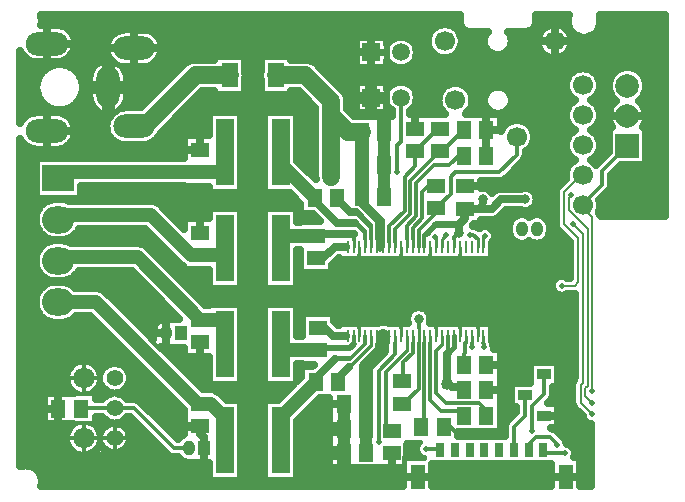
<source format=gbr>
G04 DipTrace 3.3.1.3*
G04 Bottom.gbr*
%MOIN*%
G04 #@! TF.FileFunction,Copper,L2,Bot*
G04 #@! TF.Part,Single*
G04 #@! TA.AperFunction,Nonconductor*
%ADD10C,0.009843*%
G04 #@! TA.AperFunction,Conductor*
%ADD13C,0.01122*%
G04 #@! TA.AperFunction,CopperBalancing*
%ADD14C,0.012992*%
%ADD15C,0.03937*%
%ADD16C,0.025984*%
G04 #@! TA.AperFunction,Conductor*
%ADD17C,0.007874*%
G04 #@! TA.AperFunction,CopperBalancing*
%ADD19C,0.031496*%
G04 #@! TA.AperFunction,Conductor*
%ADD20C,0.059055*%
%ADD21C,0.015748*%
%ADD22C,0.023622*%
G04 #@! TA.AperFunction,Nonconductor*
%ADD23C,0.019685*%
G04 #@! TA.AperFunction,CopperBalancing*
%ADD24C,0.047244*%
%ADD25C,0.003937*%
%ADD26C,0.025*%
%ADD27C,0.043307*%
%ADD28C,0.017717*%
%ADD30R,0.059055X0.051181*%
%ADD31R,0.051181X0.059055*%
%ADD36R,0.055118X0.082677*%
G04 #@! TA.AperFunction,ComponentPad*
%ADD38O,0.137795X0.07874*%
%ADD39O,0.07874X0.137795*%
%ADD40O,0.141732X0.07874*%
%ADD41C,0.066929*%
%ADD42R,0.066929X0.066929*%
%ADD43R,0.05937X0.05937*%
%ADD44C,0.05937*%
%ADD45R,0.106299X0.090551*%
%ADD46O,0.106299X0.090551*%
%ADD47R,0.031496X0.047244*%
%ADD48R,0.051181X0.084646*%
G04 #@! TA.AperFunction,ComponentPad*
%ADD49O,0.03937X0.051181*%
%ADD50R,0.03937X0.051181*%
%ADD52R,0.062992X0.224409*%
%ADD58R,0.049213X0.035433*%
%ADD63R,0.01122X0.03937*%
%ADD64R,0.334646X0.137795*%
G04 #@! TA.AperFunction,ComponentPad*
%ADD69C,0.055118*%
%ADD70C,0.070866*%
%ADD73R,0.07874X0.07874*%
%ADD74C,0.07874*%
G04 #@! TA.AperFunction,ViaPad*
%ADD75C,0.04*%
%FSLAX26Y26*%
G04*
G70*
G90*
G75*
G01*
G04 Bottom*
%LPD*%
X3889046Y1125118D2*
D13*
Y1098937D1*
D14*
Y1075521D1*
X3987471Y1125118D2*
D13*
Y1098937D1*
D14*
Y1075521D1*
X4085896Y1125118D2*
D13*
Y1098937D1*
D14*
Y1075521D1*
X3834646Y1507874D2*
D15*
Y1397638D1*
Y1291339D1*
X3889046Y1098937D2*
D14*
Y1026693D1*
X3938259Y977480D1*
X3987471Y1098937D2*
Y1026693D1*
X3938259Y977480D1*
X4085896Y1098937D2*
Y1055836D1*
X4007541Y977480D1*
X3938259D1*
X3699341Y600306D2*
D15*
Y519980D1*
Y439655D1*
X3699136D1*
X3751251Y1125118D2*
D13*
Y1098937D1*
D14*
Y1087332D1*
X3779528Y1059055D1*
X3856684D1*
X3938259Y977480D1*
X3751251Y829843D2*
D13*
Y856024D1*
D14*
Y906230D1*
X3822501Y977480D1*
X3938259D1*
X4007156Y829843D2*
D13*
Y856024D1*
D14*
Y908583D1*
X3938259Y977480D1*
X4085896Y829843D2*
D13*
Y856024D1*
D14*
Y928416D1*
X4036832Y977480D1*
X3938259D1*
X4144951Y829843D2*
D13*
Y856024D1*
D14*
Y957411D1*
X4124882Y977480D1*
X3938259D1*
X4173228Y1429134D2*
D16*
Y1515748D1*
X4031496Y523622D2*
D14*
X4055118D1*
X4082677Y496063D1*
X4228346D1*
Y570866D1*
X4244094Y586614D1*
Y728346D1*
X4263780Y748031D1*
Y767717D1*
X3889046Y829843D2*
D13*
Y856024D1*
D14*
Y928268D1*
X3938259Y977480D1*
X3231693Y454134D2*
D16*
Y491131D1*
X3220472Y502352D1*
Y527559D1*
X2831890Y688189D2*
D14*
X2887896D1*
X2888902Y689194D1*
X2935039Y488189D2*
X2831890D1*
Y539563D1*
Y688189D2*
Y639059D1*
X2829201Y636370D1*
X2752609D1*
X2748031Y631793D1*
Y586614D1*
X3876986Y1374356D2*
Y1463934D1*
X3888438Y1475387D1*
Y1621906D1*
X3889761Y1623228D1*
X4425197Y996063D2*
D17*
X4468504D1*
X4480315Y1007874D1*
Y1153543D1*
X4433071Y1200787D1*
Y1307087D1*
X4489764Y1363780D1*
X4496063D1*
X4046526Y829843D2*
D14*
Y770936D1*
D16*
X4043307Y767717D1*
Y673228D1*
X4059055Y657480D1*
X4086614D1*
X4094488Y649606D1*
X4098425D1*
X4043307Y669291D2*
D14*
Y673228D1*
X4066211Y829843D2*
D21*
Y790621D1*
X4046526Y770936D1*
X4303150Y1283465D2*
D16*
X4224409D1*
X4192913Y1251969D1*
X4160711D1*
X4102362D1*
Y1220472D1*
X4082677Y1200787D1*
D22*
X4007874D1*
D23*
X3976378Y1169291D1*
X3972441D1*
D14*
X3967786Y1164636D1*
Y1125118D1*
X4082677Y1173228D2*
D16*
Y1200787D1*
X4098425Y1216535D1*
Y1248031D1*
X4102362Y1251969D1*
X4161417Y1283465D2*
X4160711Y1251969D1*
X4066211Y1125118D2*
D13*
Y1151299D1*
D14*
Y1156762D1*
X4082677Y1173228D1*
X2935039Y588189D2*
X2824409D1*
X2822835Y586614D1*
X2935039Y588189D2*
X2998425D1*
X3132480Y454134D1*
X3181693D1*
X3928416Y1125118D2*
D13*
Y1151299D1*
D14*
Y1188259D1*
X3960630Y1220472D1*
Y1307087D1*
X3980315Y1326772D1*
X4006352D1*
Y1328871D1*
X4456693Y1299213D2*
D17*
Y1295276D1*
X4448819Y1287402D1*
Y1248031D1*
X4511811Y1185039D1*
Y661417D1*
X4503937Y653543D1*
Y629921D1*
X4527559Y606299D1*
Y645669D2*
Y1224409D1*
X4496063Y1255906D1*
Y1263780D1*
X4326772Y511811D2*
D14*
Y594488D1*
X4366142Y633858D1*
Y700787D1*
X4496063Y1263780D2*
Y1268213D1*
X4560879Y1333029D1*
Y1378281D1*
X4644685Y1462087D1*
X4125984Y791339D2*
Y802944D1*
X4125266Y803661D1*
D13*
Y829843D1*
X3814961Y476378D2*
D14*
Y712598D1*
X3869361Y766999D1*
Y804379D1*
D13*
Y829843D1*
X3731566D2*
D14*
Y801017D1*
D23*
X3718131Y787583D1*
X3613493D1*
Y781537D1*
D24*
X3507080D1*
X3488189Y800428D1*
X4216535Y437008D2*
D14*
Y448819D1*
X4118110Y1165354D2*
X4130896D1*
X4144951Y1151299D1*
D13*
Y1125118D1*
X4165354Y791339D2*
D14*
Y802944D1*
X4164636Y803661D1*
D13*
Y829843D1*
Y1125118D2*
Y1161417D1*
X4169291D1*
X3318903Y1696850D2*
D20*
X3204724D1*
X3035433Y1527559D1*
X3000000D1*
X3928416Y829843D2*
D13*
Y803661D1*
D14*
Y770936D1*
X3897638Y740157D1*
Y681102D1*
X3893701Y677165D1*
X4464567Y1200787D2*
D17*
X4496063Y1169291D1*
Y673228D1*
X4488189Y665354D1*
Y606299D1*
X4527559Y566929D1*
X3972441Y452756D2*
D14*
X4015748D1*
X4019685Y448819D1*
X4070866Y437008D2*
Y446850D1*
X4068898Y448819D1*
X4118110Y437008D2*
Y448819D1*
X4169291Y437008D2*
Y446850D1*
X4167323Y448819D1*
X4409449Y464567D2*
Y468504D1*
X4385827Y492126D1*
X4338583D1*
X4314961Y468504D1*
Y448819D1*
X4437008Y437008D2*
X4375984D1*
X4364173Y448819D1*
X4303150Y631891D2*
Y562992D1*
X4265748Y525591D1*
Y448819D1*
X3759843Y1397638D2*
D24*
Y1507874D1*
Y1397638D2*
Y1291339D1*
X3657480Y1358268D2*
D20*
Y1547244D1*
Y1610236D1*
X3570866Y1696850D1*
X3472441D1*
X3810306Y1125118D2*
D13*
Y1151299D1*
D14*
Y1207944D1*
X3816929Y1214567D1*
D19*
X3759843Y1271654D1*
Y1291339D1*
X3829991Y1125118D2*
D13*
Y1151299D1*
D14*
Y1201505D1*
X3816929Y1214567D1*
X3819786Y1114190D2*
X3816929Y1214567D1*
X3759843Y1507874D2*
D20*
X3712598D1*
X3673228Y1547244D1*
X3657480D1*
X3773940Y439655D2*
D15*
Y519980D1*
X3774144D1*
Y600306D2*
D24*
Y519980D1*
X3849676Y829843D2*
D13*
X3829991D1*
X3810306D1*
X3829991D2*
D24*
X3826772Y779528D1*
X3774144Y726900D1*
Y600306D1*
D14*
D3*
X3948101Y1125118D2*
Y1180385D1*
X4006352Y1238635D1*
Y1254068D1*
X4055118Y1302835D1*
Y1358268D1*
X4070866Y1374016D1*
X4216535D1*
X4275591Y1433071D1*
Y1492126D1*
X3908731Y1125118D2*
D13*
Y1151299D1*
D14*
Y1196133D1*
X3940945Y1228346D1*
Y1338583D1*
X4000000Y1397638D1*
X4051181D1*
X4098425Y1444882D1*
Y1429134D1*
X3948101Y829843D2*
D13*
Y803661D1*
D14*
Y652825D1*
X3897638Y602362D1*
X3893701D1*
X3948101Y829843D2*
D13*
Y856024D1*
D14*
Y885109D1*
X3948819Y885827D1*
X3908731Y829843D2*
D13*
Y778810D1*
D14*
X3838583Y708661D1*
Y511811D1*
X3858268D1*
X4026841Y829843D2*
D13*
Y798495D1*
D14*
X4007874Y779528D1*
Y637795D1*
X4039370Y606299D1*
X4149606D1*
X4169291Y586614D1*
X4173739Y561626D1*
X3987471Y829843D2*
D13*
Y803661D1*
D14*
Y614891D1*
X4023622Y578740D1*
X4098936D1*
Y561626D1*
X4098731Y732503D2*
Y767411D1*
X4102362Y771042D1*
Y803661D1*
D13*
X4105581D1*
Y829843D1*
X3967786D2*
Y803661D1*
D14*
Y547962D1*
X3956693Y536869D1*
Y523622D1*
X3605619Y675071D2*
D24*
X3488189Y557640D1*
Y480315D1*
X3770936Y829843D2*
D14*
Y802432D1*
X3718583Y750079D1*
X3668126D1*
D16*
X3605619Y687572D1*
D14*
Y675071D1*
X3716535Y724409D2*
D16*
X3680423Y688297D1*
D14*
Y675071D1*
X3790621Y829843D2*
D13*
Y794558D1*
D14*
X3680423Y684360D1*
Y675071D1*
X3711881Y829843D2*
D13*
X3705630D1*
D16*
X3663370D1*
X3636873Y856340D1*
D14*
X3613493D1*
X3770936Y1125118D2*
D13*
Y1151299D1*
D14*
Y1172324D1*
X3736883Y1206377D1*
D16*
X3675513D1*
X3606299Y1275591D1*
D14*
Y1283465D1*
X3602362Y1287402D1*
D24*
X3488189Y1401575D1*
Y1440655D1*
X3677165Y1287402D2*
D14*
X3692913D1*
Y1267717D1*
D16*
X3720472Y1240157D1*
X3740157D1*
D14*
X3790621Y1189694D1*
Y1151299D1*
D13*
Y1125118D1*
X3731566D2*
Y1151299D1*
D14*
Y1168873D1*
D16*
X3613493D1*
D14*
X3607243Y1162622D1*
D24*
X3488189D1*
Y1120542D1*
X3607243Y1087819D2*
D16*
X3630827D1*
X3668126Y1125118D1*
X3704724D1*
D13*
X3711881D1*
X3303150Y480315D2*
D24*
Y555118D1*
X3255906Y602362D1*
X3220472D1*
X3212598D1*
X2874016Y940945D1*
X2748031D1*
X3303150Y800428D2*
Y881890D1*
X3220472D1*
X3011811Y1090551D1*
X2775591D1*
X2763780Y1078740D1*
X2748031D1*
X3303150Y1440655D2*
Y1374016D1*
X3220472D1*
X2783465D1*
D14*
Y1385827D1*
X2748031D1*
Y1354331D1*
X3303150Y1120542D2*
D24*
Y1098425D1*
X3220472D1*
X3188976D1*
X3055118Y1232283D1*
X2748031D1*
Y1216535D1*
X3869361Y1125118D2*
D13*
Y1141732D1*
D14*
Y1184322D1*
X3921260Y1236220D1*
Y1346457D1*
X4019685Y1444882D1*
X4027559D1*
X4098425Y1515748D1*
X4019685Y1519685D2*
X4011811D1*
X3937008Y1444882D1*
X3849676Y1125118D2*
D13*
Y1141732D1*
D14*
Y1194156D1*
X3901575Y1246055D1*
Y1358268D1*
X3937008Y1393701D1*
Y1444882D1*
X4039370Y1165354D2*
D13*
X4026841Y1152825D1*
Y1125118D1*
X4003937Y1157480D2*
D14*
X4007156Y1154261D1*
D13*
Y1125118D1*
D15*
X3657480Y1358268D3*
D75*
X4043307Y669291D3*
X4515748Y496063D3*
D23*
X4169291Y1161417D3*
X4165354Y791339D3*
X4118110Y1165354D3*
X4125984Y791339D3*
X4039370Y1165354D3*
X4003937Y1157480D3*
X4527559Y645669D3*
Y606299D3*
Y566929D3*
X4464567Y1200787D3*
X4456693Y1299213D3*
D15*
X3826772Y779528D3*
D19*
X3948819Y885827D3*
D75*
X4007874Y944882D3*
D19*
X4303150Y1283465D3*
D23*
X3876986Y1374356D3*
D19*
X4161417Y1283465D3*
D23*
X4326772Y511811D3*
D19*
X4082677Y1173228D3*
D75*
X3401575Y598425D3*
X4381890Y976378D3*
X3874016D3*
X3759843D3*
X4141732D3*
X4381890Y767717D3*
X3070866Y370079D3*
D23*
X3263780Y1624016D3*
D75*
X3401575Y921260D3*
Y1338583D3*
Y370079D3*
Y679790D3*
Y997375D3*
X2889764Y1158793D3*
Y1006562D3*
D23*
X4425197Y996063D3*
D75*
X2889764Y837385D3*
Y1311024D3*
X3464567Y1868110D3*
D23*
X3291339Y1624016D3*
X4409449Y464567D3*
X4437008Y437008D3*
X3972441Y452756D3*
X4070866Y437008D3*
X4118110D3*
X4169291D3*
D75*
X3637518Y590551D3*
D23*
X4216535Y437008D3*
D75*
X3637518Y492126D3*
D23*
X3251969Y1775591D3*
D75*
X3921260Y1868110D3*
D23*
X3295276Y1775591D3*
D75*
X4263780Y976378D3*
Y767717D3*
X4480315Y464567D3*
D23*
X3814961Y476378D3*
X3263780Y1578740D3*
X3291339D3*
X3277559Y1600394D3*
X3251969Y1816929D3*
X3295276D3*
X3273622Y1797244D3*
X3670492Y756806D2*
D25*
X3722016D1*
X3670492Y753000D2*
X3722016D1*
X3722406Y760612D2*
X3670102D1*
X3670094Y752054D1*
X3722406Y752047D1*
X3722413Y760605D1*
X2694817Y1872080D2*
D26*
X4083559D1*
X4341614D2*
X4442975D1*
X4556991D2*
X4768480D1*
X2787255Y1847211D2*
X2949152D1*
X3050824D2*
X3989148D1*
X4081705D2*
X4098487D1*
X4326722D2*
X4355310D1*
X4547877D2*
X4768480D1*
X2802362Y1822343D2*
X2915923D1*
X3084089D2*
X3735841D1*
X3846843D2*
X3866352D1*
X3913157D2*
X3977270D1*
X4093583D2*
X4165411D1*
X4259798D2*
X4343432D1*
X4459709D2*
X4768480D1*
X2805089Y1797474D2*
X2906091D1*
X3093921D2*
X3735841D1*
X3939604D2*
X3977772D1*
X4093080D2*
X4166057D1*
X4259152D2*
X4343935D1*
X4459243D2*
X4768480D1*
X2797410Y1772605D2*
X2907060D1*
X3092952D2*
X3735841D1*
X3945273D2*
X3991121D1*
X4079767D2*
X4184609D1*
X4240564D2*
X4357248D1*
X4445894D2*
X4768480D1*
X2622457Y1747736D2*
X2645321D1*
X2772004D2*
X2895290D1*
X3080572D2*
X3187926D1*
X3372275D2*
X3419056D1*
X3587652D2*
X3735841D1*
X3938527D2*
X4768480D1*
X2622457Y1722867D2*
X2707687D1*
X2796226D2*
X2859442D1*
X2967322D2*
X3153477D1*
X3372275D2*
X3419056D1*
X3622100D2*
X3735841D1*
X3846843D2*
X3871950D1*
X3907559D2*
X4626810D1*
X4662562D2*
X4768480D1*
X2622457Y1697999D2*
X2683286D1*
X2820627D2*
X2849143D1*
X2977620D2*
X3128609D1*
X3374248D2*
X3417082D1*
X3646968D2*
X4448250D1*
X4543893D2*
X4590782D1*
X4698590D2*
X4768480D1*
X2622457Y1673130D2*
X2673454D1*
X2830459D2*
X2848174D1*
X2978589D2*
X3103741D1*
X3372275D2*
X3419056D1*
X3671836D2*
X3735841D1*
X3846843D2*
X3869366D1*
X3910143D2*
X4437556D1*
X4554587D2*
X4580483D1*
X4708889D2*
X4768480D1*
X2622457Y1648261D2*
X2672413D1*
X2831500D2*
X2848174D1*
X2978589D2*
X3078873D1*
X3372275D2*
X3419056D1*
X3696704D2*
X3735841D1*
X3938994D2*
X4022951D1*
X4118773D2*
X4179083D1*
X4246126D2*
X4438920D1*
X4553187D2*
X4581021D1*
X4708351D2*
X4768480D1*
X2622457Y1623392D2*
X2679770D1*
X2824180D2*
X2848353D1*
X2978410D2*
X3054006D1*
X3208499D2*
X3567078D1*
X3711165D2*
X3735841D1*
X3945273D2*
X4012329D1*
X4129395D2*
X4164944D1*
X4260265D2*
X4453633D1*
X4538475D2*
X4592863D1*
X4696509D2*
X4768480D1*
X2622457Y1598524D2*
X2699039D1*
X2804910D2*
X2855530D1*
X2971233D2*
X3029138D1*
X3183632D2*
X3591946D1*
X3712852D2*
X3735841D1*
X3939173D2*
X4013764D1*
X4127960D2*
X4166738D1*
X4258471D2*
X4448645D1*
X4543499D2*
X4591177D1*
X4698195D2*
X4768480D1*
X2622457Y1573655D2*
X2664375D1*
X2752950D2*
X2879537D1*
X3158764D2*
X3245843D1*
X3360469D2*
X3430861D1*
X3545524D2*
X3602137D1*
X3920764D2*
X4028584D1*
X4113175D2*
X4188125D1*
X4237084D2*
X4437628D1*
X4554479D2*
X4580555D1*
X4708817D2*
X4768480D1*
X2793283Y1548786D2*
X2908962D1*
X3133896D2*
X3245843D1*
X3360469D2*
X3430861D1*
X3545524D2*
X3602137D1*
X4224632D2*
X4269224D1*
X4281953D2*
X4438776D1*
X4553331D2*
X4580914D1*
X4708458D2*
X4768480D1*
X2804192Y1523917D2*
X2905373D1*
X3109028D2*
X3245843D1*
X3360469D2*
X3430861D1*
X3545524D2*
X3602137D1*
X4325143D2*
X4453130D1*
X4539013D2*
X4579478D1*
X4709894D2*
X4768480D1*
X2804049Y1499049D2*
X2912120D1*
X3087857D2*
X3245843D1*
X3360469D2*
X3430861D1*
X3545524D2*
X3602137D1*
X4334473D2*
X4449039D1*
X4543068D2*
X4579478D1*
X4709894D2*
X4768480D1*
X2792817Y1474180D2*
X2935086D1*
X3064927D2*
X3165103D1*
X3360469D2*
X3430861D1*
X3545524D2*
X3602137D1*
X4331961D2*
X4437736D1*
X4554407D2*
X4579478D1*
X4709894D2*
X4768480D1*
X2622457Y1449311D2*
X2669686D1*
X2747639D2*
X3165103D1*
X3360469D2*
X3430861D1*
X3545524D2*
X3602137D1*
X4315419D2*
X4438633D1*
X4553474D2*
X4579478D1*
X4709894D2*
X4768480D1*
X2622457Y1424442D2*
X3165103D1*
X3360469D2*
X3430861D1*
X3545524D2*
X3602137D1*
X4306627D2*
X4452592D1*
X4539516D2*
X4562362D1*
X4709894D2*
X4768480D1*
X2622457Y1399574D2*
X2669040D1*
X3360469D2*
X3430861D1*
X3559088D2*
X3602137D1*
X4286783D2*
X4449470D1*
X4709894D2*
X4768480D1*
X2622457Y1374705D2*
X2669040D1*
X3360469D2*
X3430861D1*
X3583956D2*
X3602137D1*
X4261915D2*
X4437844D1*
X4601990D2*
X4768480D1*
X2622457Y1349836D2*
X2669040D1*
X3360469D2*
X3430861D1*
X4236509D2*
X4434757D1*
X4593198D2*
X4768480D1*
X2622457Y1324967D2*
X2669040D1*
X2827014D2*
X3245843D1*
X3360469D2*
X3430861D1*
X4157708D2*
X4409997D1*
X4592086D2*
X4768480D1*
X2622457Y1300098D2*
X2669040D1*
X2827014D2*
X3520787D1*
X4341004D2*
X4403323D1*
X4572637D2*
X4768480D1*
X2622457Y1275230D2*
X2702125D1*
X3076589D2*
X3545655D1*
X4343839D2*
X4403323D1*
X4554192D2*
X4768480D1*
X2622457Y1250361D2*
X2677975D1*
X3105942D2*
X3245843D1*
X3360469D2*
X3430861D1*
X4326399D2*
X4403323D1*
X4553762D2*
X4768480D1*
X2622457Y1225492D2*
X2669650D1*
X3130810D2*
X3245843D1*
X3360469D2*
X3430861D1*
X3545524D2*
X3602531D1*
X4220290D2*
X4264415D1*
X4370645D2*
X4403323D1*
X2622457Y1200623D2*
X2670942D1*
X3360469D2*
X3430861D1*
X4135280D2*
X4248124D1*
X4386936D2*
X4403323D1*
X2622457Y1175755D2*
X2682497D1*
X2813558D2*
X3042738D1*
X3360469D2*
X3430861D1*
X4201702D2*
X4247155D1*
X4387905D2*
X4417031D1*
X2622457Y1150886D2*
X2717735D1*
X2778320D2*
X3067606D1*
X3360469D2*
X3430861D1*
X4203245D2*
X4257597D1*
X4377463D2*
X4441898D1*
X2622457Y1126017D2*
X2687951D1*
X3045083D2*
X3092474D1*
X3360469D2*
X3430861D1*
X4196068D2*
X4450547D1*
X2622457Y1101148D2*
X2672808D1*
X3070094D2*
X3117341D1*
X3360469D2*
X3430861D1*
X4196068D2*
X4450547D1*
X2622457Y1076280D2*
X2669112D1*
X3094962D2*
X3142209D1*
X3360469D2*
X3430861D1*
X3673164D2*
X4450547D1*
X2622457Y1051411D2*
X2674746D1*
X3119829D2*
X3165103D1*
X3360469D2*
X3430861D1*
X3662614D2*
X4450547D1*
X2622457Y1026542D2*
X2693154D1*
X2802936D2*
X3006926D1*
X3144733D2*
X3245843D1*
X3360469D2*
X3430861D1*
X3545524D2*
X4409603D1*
X2622457Y1001673D2*
X2705750D1*
X2790305D2*
X3031793D1*
X3169601D2*
X3245843D1*
X3360469D2*
X3430861D1*
X3545524D2*
X4390010D1*
X2622457Y976804D2*
X2679160D1*
X2906821D2*
X3056661D1*
X3194469D2*
X4395680D1*
X2622457Y951936D2*
X2669937D1*
X2931904D2*
X3081529D1*
X3219336D2*
X4466300D1*
X2622457Y927067D2*
X2670476D1*
X2956772D2*
X3106397D1*
X3360469D2*
X3430861D1*
X3545524D2*
X4466300D1*
X2622457Y902198D2*
X2681061D1*
X2981675D2*
X3131264D1*
X3360469D2*
X3430861D1*
X3545524D2*
X3558143D1*
X3668857D2*
X3910848D1*
X3986791D2*
X4466300D1*
X2622457Y877329D2*
X2711994D1*
X2784097D2*
X2868736D1*
X3006543D2*
X3076362D1*
X3360469D2*
X3430861D1*
X3545524D2*
X3558143D1*
X3669755D2*
X3908193D1*
X3989447D2*
X4466300D1*
X2622457Y852461D2*
X2893603D1*
X3031411D2*
X3060429D1*
X3360469D2*
X3430861D1*
X3545524D2*
X3558143D1*
X4196068D2*
X4466300D1*
X2622457Y827592D2*
X2918471D1*
X3360469D2*
X3430861D1*
X4196068D2*
X4466300D1*
X2622457Y802723D2*
X2943339D1*
X3360469D2*
X3430861D1*
X4199010D2*
X4466300D1*
X2622457Y777854D2*
X2968207D1*
X3106014D2*
X3165103D1*
X3360469D2*
X3430861D1*
X4224955D2*
X4466300D1*
X2622457Y752986D2*
X2993074D1*
X3130882D2*
X3245843D1*
X3360469D2*
X3430861D1*
X4224955D2*
X4466300D1*
X2622457Y728117D2*
X2786274D1*
X2877504D2*
X2900996D1*
X2969080D2*
X3017942D1*
X3155750D2*
X3245843D1*
X3360469D2*
X3430861D1*
X3545524D2*
X3592304D1*
X4224955D2*
X4315694D1*
X4416576D2*
X4466300D1*
X2622457Y703248D2*
X2772602D1*
X2986161D2*
X3042810D1*
X3180617D2*
X3245843D1*
X3360469D2*
X3430861D1*
X4224955D2*
X4315694D1*
X4416576D2*
X4466300D1*
X2622457Y678379D2*
X2771454D1*
X2987489D2*
X3067678D1*
X3205485D2*
X3245843D1*
X3360469D2*
X3430861D1*
X4224632D2*
X4315694D1*
X4416576D2*
X4461742D1*
X2622457Y653511D2*
X2781968D1*
X2881810D2*
X2895290D1*
X2974786D2*
X3092545D1*
X3230353D2*
X3515153D1*
X4224632D2*
X4252717D1*
X4398455D2*
X4458441D1*
X2622457Y628642D2*
X2696599D1*
X2874238D2*
X2901677D1*
X2968398D2*
X3117413D1*
X3298533D2*
X3490286D1*
X4224632D2*
X4252717D1*
X4397988D2*
X4458441D1*
X2622457Y603773D2*
X2696599D1*
X3027499D2*
X3142281D1*
X3360469D2*
X3430861D1*
X3603225D2*
X3647925D1*
X4225170D2*
X4252717D1*
X4416576D2*
X4458549D1*
X2622457Y578904D2*
X2696599D1*
X3052403D2*
X3165103D1*
X3360469D2*
X3430861D1*
X3578358D2*
X3647925D1*
X4225170D2*
X4270839D1*
X4416576D2*
X4474517D1*
X2622457Y554035D2*
X2696599D1*
X2874238D2*
X2894823D1*
X2975252D2*
X2987907D1*
X3077271D2*
X3165103D1*
X3360469D2*
X3430861D1*
X3553490D2*
X3647925D1*
X4225170D2*
X4249523D1*
X4416576D2*
X4494505D1*
X2622457Y529167D2*
X2787279D1*
X2876499D2*
X2902359D1*
X2967716D2*
X3012775D1*
X3102139D2*
X3165103D1*
X3360469D2*
X3430861D1*
X3545524D2*
X3647925D1*
X4416576D2*
X4521597D1*
X2622457Y504298D2*
X2772889D1*
X2985802D2*
X3037643D1*
X3127006D2*
X3165103D1*
X3360469D2*
X3430861D1*
X3545524D2*
X3647925D1*
X4082925D2*
X4233411D1*
X4418335D2*
X4521597D1*
X2622457Y479429D2*
X2771274D1*
X2987668D2*
X3062510D1*
X3360469D2*
X3430861D1*
X3545524D2*
X3647710D1*
X4441588D2*
X4521597D1*
X2622457Y454560D2*
X2781214D1*
X2975719D2*
X3087378D1*
X3360469D2*
X3430861D1*
X3545524D2*
X3647710D1*
X4467639D2*
X4521597D1*
X2622457Y429692D2*
X2823845D1*
X2839931D2*
X3112892D1*
X3360469D2*
X3430861D1*
X3545524D2*
X3647710D1*
X4471874D2*
X4521597D1*
X2622457Y404823D2*
X3245843D1*
X3360469D2*
X3430861D1*
X3545524D2*
X3647710D1*
X4490390D2*
X4521597D1*
X2680356Y379954D2*
X3245843D1*
X3360469D2*
X3430861D1*
X3545524D2*
X3893480D1*
X3996301D2*
X4387570D1*
X4490390D2*
X4521597D1*
X2693669Y355085D2*
X3245843D1*
X3360469D2*
X3430861D1*
X3545524D2*
X3893480D1*
X3996301D2*
X4387570D1*
X4490390D2*
X4521597D1*
X2693705Y330217D2*
X3893480D1*
X3996301D2*
X4387570D1*
X4490390D2*
X4521597D1*
X3918265Y1568602D2*
X4036984D1*
X4030709Y1574016D1*
X4024921Y1580792D1*
X4020265Y1588391D1*
X4016854Y1596624D1*
X4014774Y1605289D1*
X4014075Y1614173D1*
X4014774Y1623057D1*
X4016854Y1631723D1*
X4020265Y1639956D1*
X4024921Y1647554D1*
X4030709Y1654331D1*
X4037485Y1660118D1*
X4045083Y1664775D1*
X4053317Y1668185D1*
X4061982Y1670265D1*
X4070866Y1670965D1*
X4079750Y1670265D1*
X4088416Y1668185D1*
X4096649Y1664775D1*
X4104247Y1660118D1*
X4111024Y1654331D1*
X4116811Y1647554D1*
X4121468Y1639956D1*
X4124878Y1631723D1*
X4126958Y1623057D1*
X4127657Y1614173D1*
X4126958Y1605289D1*
X4124878Y1596624D1*
X4121468Y1588391D1*
X4116811Y1580792D1*
X4111024Y1574016D1*
X4104726Y1568606D1*
X4205387Y1568645D1*
X4198354Y1570334D1*
X4191671Y1573102D1*
X4185504Y1576881D1*
X4180004Y1581579D1*
X4175306Y1587079D1*
X4171527Y1593246D1*
X4168759Y1599929D1*
X4167070Y1606962D1*
X4166503Y1614173D1*
X4167070Y1621384D1*
X4168759Y1628418D1*
X4171527Y1635100D1*
X4175306Y1641268D1*
X4180004Y1646768D1*
X4185504Y1651466D1*
X4191671Y1655245D1*
X4198354Y1658013D1*
X4205387Y1659702D1*
X4212598Y1660269D1*
X4219809Y1659702D1*
X4226843Y1658013D1*
X4233525Y1655245D1*
X4239693Y1651466D1*
X4245193Y1646768D1*
X4249891Y1641268D1*
X4253670Y1635100D1*
X4256438Y1628418D1*
X4258127Y1621384D1*
X4258694Y1614173D1*
X4258127Y1606962D1*
X4256438Y1599929D1*
X4253670Y1593246D1*
X4249891Y1587079D1*
X4245193Y1581579D1*
X4239693Y1576881D1*
X4233525Y1573102D1*
X4226843Y1570334D1*
X4219458Y1568603D1*
X4222146Y1568602D1*
Y1511338D1*
X4224989Y1517909D1*
X4229645Y1525507D1*
X4235433Y1532284D1*
X4242209Y1538071D1*
X4249808Y1542727D1*
X4258041Y1546138D1*
X4266706Y1548218D1*
X4275591Y1548917D1*
X4284475Y1548218D1*
X4293140Y1546138D1*
X4301373Y1542727D1*
X4308972Y1538071D1*
X4315748Y1532284D1*
X4321536Y1525507D1*
X4326192Y1517909D1*
X4329602Y1509675D1*
X4331683Y1501010D1*
X4332382Y1492126D1*
X4331683Y1483242D1*
X4329602Y1474576D1*
X4326192Y1466343D1*
X4321536Y1458745D1*
X4315748Y1451968D1*
X4308972Y1446181D1*
X4305423Y1443810D1*
X4305322Y1430731D1*
X4304590Y1426109D1*
X4303143Y1421658D1*
X4301019Y1417488D1*
X4298268Y1413702D1*
X4244713Y1360017D1*
X4235904Y1351338D1*
X4232118Y1348587D1*
X4227948Y1346463D1*
X4223497Y1345017D1*
X4218875Y1344285D1*
X4155209Y1344193D1*
X4155305Y1322058D1*
X4161417Y1322539D1*
X4167530Y1322058D1*
X4173492Y1320627D1*
X4179157Y1318280D1*
X4184385Y1315077D1*
X4189047Y1311095D1*
X4193030Y1306432D1*
X4194221Y1304648D1*
X4200822Y1311082D1*
X4205433Y1314432D1*
X4210511Y1317019D1*
X4215931Y1318780D1*
X4221560Y1319672D1*
X4270341Y1319784D1*
X4288750D1*
X4294028Y1321460D1*
X4300084Y1322419D1*
X4306215D1*
X4312271Y1321460D1*
X4318103Y1319565D1*
X4323566Y1316781D1*
X4328527Y1313177D1*
X4332862Y1308842D1*
X4336466Y1303881D1*
X4339250Y1298418D1*
X4341145Y1292586D1*
X4342104Y1286530D1*
Y1280399D1*
X4341145Y1274343D1*
X4339250Y1268511D1*
X4336466Y1263048D1*
X4332862Y1258088D1*
X4328527Y1253752D1*
X4323566Y1250148D1*
X4318103Y1247364D1*
X4312271Y1245469D1*
X4306215Y1244510D1*
X4300084D1*
X4294028Y1245469D1*
X4288792Y1247144D1*
X4239455Y1247146D1*
X4216501Y1224351D1*
X4211890Y1221001D1*
X4206812Y1218414D1*
X4201392Y1216653D1*
X4195763Y1215761D1*
X4155221Y1215649D1*
X4155217Y1203051D1*
X4134225D1*
X4131745Y1199125D1*
X4129972Y1196877D1*
X4130804Y1195999D1*
X4133236Y1195085D1*
X4137858Y1194353D1*
X4142309Y1192907D1*
X4146479Y1190783D1*
X4148433Y1189476D1*
X4151960Y1189699D1*
X4156598Y1192062D1*
X4161548Y1193670D1*
X4166689Y1194484D1*
X4171894D1*
X4177035Y1193670D1*
X4181985Y1192062D1*
X4186622Y1189699D1*
X4190833Y1186639D1*
X4194513Y1182959D1*
X4197573Y1178748D1*
X4199936Y1174111D1*
X4201544Y1169161D1*
X4202358Y1164020D1*
Y1158815D1*
X4201544Y1153674D1*
X4199936Y1148724D1*
X4197573Y1144086D1*
X4194513Y1139876D1*
X4193567Y1138852D1*
X4193574Y1082106D1*
X4076644D1*
X3997904Y1082142D1*
X3919164D1*
X3820739Y1082106D1*
X3761684Y1082142D1*
X3682944Y1082106D1*
Y1088601D1*
X3660105Y1065734D1*
X3660097Y1038901D1*
X3554389D1*
Y1115678D1*
X3543046Y1115673D1*
X3543012Y985010D1*
X3433366D1*
Y1256073D1*
X3543012D1*
Y1209603D1*
X3554395Y1209571D1*
X3554389Y1211539D1*
X3619016D1*
X3595963Y1234564D1*
X3553445Y1234547D1*
Y1269893D1*
X3518239Y1305129D1*
X3433366Y1305123D1*
Y1576186D1*
X3543012D1*
Y1413164D1*
X3605146Y1351013D1*
X3604626Y1358268D1*
Y1588331D1*
X3548983Y1643986D1*
X3523320Y1643996D1*
X3523327Y1632185D1*
X3421555D1*
Y1682530D1*
X3420237Y1688582D1*
X3419587Y1696850D1*
X3420237Y1705119D1*
X3421553Y1710983D1*
X3421555Y1761516D1*
X3523327D1*
Y1749710D1*
X3575013Y1749542D1*
X3583205Y1748244D1*
X3591093Y1745682D1*
X3598483Y1741916D1*
X3605192Y1737041D1*
X3627727Y1714737D1*
X3697671Y1644562D1*
X3702546Y1637853D1*
X3706311Y1630463D1*
X3708874Y1622575D1*
X3710172Y1614383D1*
X3710335Y1584866D1*
X3734479Y1560741D1*
X3858609Y1560728D1*
X3858602Y1580341D1*
X3852276Y1585743D1*
X3846874Y1592069D1*
X3844347Y1595913D1*
X3844353Y1570216D1*
X3738330D1*
Y1676240D1*
X3844353D1*
X3844561Y1650927D1*
X3849451Y1657657D1*
X3855333Y1663539D1*
X3862063Y1668428D1*
X3869474Y1672205D1*
X3877386Y1674775D1*
X3885602Y1676077D1*
X3893920D1*
X3902137Y1674775D1*
X3910048Y1672205D1*
X3917460Y1668428D1*
X3924190Y1663539D1*
X3930072Y1657657D1*
X3934961Y1650927D1*
X3938738Y1643515D1*
X3941308Y1635604D1*
X3942610Y1627388D1*
Y1619069D1*
X3941308Y1610853D1*
X3938738Y1602942D1*
X3934961Y1595530D1*
X3930072Y1588800D1*
X3924190Y1582918D1*
X3918257Y1578561D1*
X3918261Y1568617D1*
X3650426Y547451D2*
X3650424Y622212D1*
X3619191Y622216D1*
X3543031Y546086D1*
X3543012Y344783D1*
X3433366D1*
Y615846D1*
X3479980D1*
X3529058Y664905D1*
X3433366Y664896D1*
Y935959D1*
X3543012D1*
Y828486D1*
X3560655D1*
X3560639Y905257D1*
X3666348D1*
Y878236D1*
X3678413Y866163D1*
X3682927Y866162D1*
X3682944Y872854D1*
X3811391Y872950D1*
X3818363Y875329D1*
X3825622Y876588D1*
X3832988Y876696D1*
X3840281Y875650D1*
X3847320Y873476D1*
X3848729Y872852D1*
X3911931Y872854D1*
X3910225Y879714D1*
X3909744Y885827D1*
X3910225Y891939D1*
X3911657Y897902D1*
X3914003Y903566D1*
X3917207Y908794D1*
X3921189Y913457D1*
X3925851Y917439D1*
X3931079Y920643D1*
X3936744Y922989D1*
X3942706Y924420D1*
X3948819Y924902D1*
X3954932Y924420D1*
X3960894Y922989D1*
X3966558Y920643D1*
X3971786Y917439D1*
X3976449Y913457D1*
X3980431Y908794D1*
X3983635Y903566D1*
X3985981Y897902D1*
X3987413Y891939D1*
X3987894Y885827D1*
X3987413Y879714D1*
X3985654Y872864D1*
X4193574Y872854D1*
X4193718Y812159D1*
X4194811Y807600D1*
X4197607Y799082D1*
X4198421Y793941D1*
Y788736D1*
X4198108Y785357D1*
X4222452D1*
Y679648D1*
X4222143D1*
X4222146Y614480D1*
X4222656D1*
Y508771D1*
X4080427D1*
X4080413Y495773D1*
X4235916Y495768D1*
X4236017Y527930D1*
X4236749Y532553D1*
X4238195Y537003D1*
X4240320Y541173D1*
X4243071Y544959D1*
X4273307Y575326D1*
X4273327Y590874D1*
X4255217Y590848D1*
Y672934D1*
X4318193D1*
X4318209Y741831D1*
X4414075D1*
Y659744D1*
X4395953D1*
X4395873Y631518D1*
X4395141Y626896D1*
X4393695Y622446D1*
X4391570Y618276D1*
X4388819Y614490D1*
X4378476Y604016D1*
X4414075Y604035D1*
Y521949D1*
X4388167Y521857D1*
X4392789Y521125D1*
X4397239Y519679D1*
X4401409Y517554D1*
X4405195Y514803D1*
X4428195Y491934D1*
X4432903Y488021D1*
X4436283Y484063D1*
X4439003Y479625D1*
X4440995Y474817D1*
X4442208Y469766D1*
X4447258Y468554D1*
X4452066Y466562D1*
X4456504Y463842D1*
X4460462Y460462D1*
X4463842Y456504D1*
X4466562Y452066D1*
X4468554Y447258D1*
X4469769Y442197D1*
X4470177Y437008D1*
X4469769Y431819D1*
X4468554Y426758D1*
X4467563Y424121D1*
X4487894Y424114D1*
Y327464D1*
X4524067Y327461D1*
X4524086Y533962D1*
X4519816Y534676D1*
X4514866Y536285D1*
X4510228Y538648D1*
X4506017Y541707D1*
X4502337Y545387D1*
X4499278Y549598D1*
X4496915Y554236D1*
X4495306Y559186D1*
X4494947Y560992D1*
X4467457Y588593D1*
X4464943Y592054D1*
X4463000Y595866D1*
X4461678Y599935D1*
X4461009Y604160D1*
X4460925Y665354D1*
X4461261Y669619D1*
X4462259Y673779D1*
X4463897Y677732D1*
X4466132Y681380D1*
X4467463Y683067D1*
X4468799Y691601D1*
Y968806D1*
X4444067Y968799D1*
X4440255Y966509D1*
X4435447Y964517D1*
X4430386Y963302D1*
X4425197Y962894D1*
X4420008Y963302D1*
X4414947Y964517D1*
X4410138Y966509D1*
X4405700Y969228D1*
X4401743Y972609D1*
X4398362Y976567D1*
X4395643Y981004D1*
X4393651Y985813D1*
X4392436Y990874D1*
X4392028Y996063D1*
X4392436Y1001252D1*
X4393651Y1006313D1*
X4395643Y1011122D1*
X4398362Y1015559D1*
X4401743Y1019517D1*
X4405700Y1022898D1*
X4410138Y1025617D1*
X4414947Y1027609D1*
X4420008Y1028824D1*
X4425197Y1029232D1*
X4430386Y1028824D1*
X4435447Y1027609D1*
X4440255Y1025617D1*
X4444059Y1023321D1*
X4453079Y1023327D1*
X4453051Y1142260D1*
X4412339Y1183081D1*
X4409825Y1186542D1*
X4407882Y1190354D1*
X4406560Y1194423D1*
X4405891Y1198648D1*
X4405807Y1301837D1*
X4405891Y1309226D1*
X4406560Y1313451D1*
X4407882Y1317520D1*
X4409825Y1321332D1*
X4412339Y1324793D1*
X4440308Y1352881D1*
X4439447Y1359324D1*
Y1368235D1*
X4440841Y1377037D1*
X4443595Y1385513D1*
X4447640Y1393453D1*
X4452879Y1400663D1*
X4459180Y1406964D1*
X4466390Y1412202D1*
X4469171Y1413760D1*
X4462682Y1417834D1*
X4455905Y1423622D1*
X4450118Y1430398D1*
X4445462Y1437997D1*
X4442051Y1446230D1*
X4439971Y1454895D1*
X4439272Y1463780D1*
X4439971Y1472664D1*
X4442051Y1481329D1*
X4445462Y1489562D1*
X4450118Y1497161D1*
X4455905Y1503937D1*
X4462682Y1509725D1*
X4469171Y1513760D1*
X4462682Y1517834D1*
X4455905Y1523622D1*
X4450118Y1530398D1*
X4445462Y1537997D1*
X4442051Y1546230D1*
X4439971Y1554895D1*
X4439272Y1563780D1*
X4439971Y1572664D1*
X4442051Y1581329D1*
X4445462Y1589562D1*
X4450118Y1597161D1*
X4455905Y1603937D1*
X4462682Y1609725D1*
X4469171Y1613760D1*
X4462682Y1617834D1*
X4455905Y1623622D1*
X4450118Y1630398D1*
X4445462Y1637997D1*
X4442051Y1646230D1*
X4439971Y1654895D1*
X4439272Y1663780D1*
X4439971Y1672664D1*
X4442051Y1681329D1*
X4445462Y1689562D1*
X4450118Y1697161D1*
X4455905Y1703937D1*
X4462682Y1709725D1*
X4470280Y1714381D1*
X4478514Y1717791D1*
X4487179Y1719872D1*
X4496063Y1720571D1*
X4504947Y1719872D1*
X4513612Y1717791D1*
X4521846Y1714381D1*
X4529444Y1709725D1*
X4536221Y1703937D1*
X4542008Y1697161D1*
X4546664Y1689562D1*
X4550075Y1681329D1*
X4552155Y1672664D1*
X4552854Y1663780D1*
X4552155Y1654895D1*
X4550075Y1646230D1*
X4546664Y1637997D1*
X4542008Y1630398D1*
X4536221Y1623622D1*
X4529444Y1617834D1*
X4522955Y1613799D1*
X4529444Y1609725D1*
X4536221Y1603937D1*
X4542008Y1597161D1*
X4546664Y1589562D1*
X4550075Y1581329D1*
X4552155Y1572664D1*
X4552854Y1563780D1*
X4552155Y1554895D1*
X4550075Y1546230D1*
X4546664Y1537997D1*
X4542008Y1530398D1*
X4536221Y1523622D1*
X4529444Y1517834D1*
X4522955Y1513799D1*
X4529444Y1509725D1*
X4536221Y1503937D1*
X4542008Y1497161D1*
X4546664Y1489562D1*
X4550075Y1481329D1*
X4552155Y1472664D1*
X4552854Y1463780D1*
X4552155Y1454895D1*
X4550075Y1446230D1*
X4546664Y1437997D1*
X4542008Y1430398D1*
X4536221Y1423622D1*
X4529444Y1417834D1*
X4522955Y1413799D1*
X4529444Y1409725D1*
X4536221Y1403937D1*
X4540056Y1399637D1*
X4581988Y1441566D1*
Y1524783D1*
X4594297D1*
X4589791Y1531796D1*
X4586625Y1538423D1*
X4584256Y1545376D1*
X4582717Y1552557D1*
X4582027Y1559870D1*
X4582198Y1567213D1*
X4583226Y1574485D1*
X4585098Y1581588D1*
X4587788Y1588422D1*
X4591258Y1594896D1*
X4595461Y1600919D1*
X4600341Y1606409D1*
X4605828Y1611291D1*
X4606859Y1612081D1*
X4600352Y1617753D1*
X4593962Y1625234D1*
X4588822Y1633623D1*
X4585057Y1642712D1*
X4582760Y1652279D1*
X4581988Y1662087D1*
X4582760Y1671895D1*
X4585057Y1681461D1*
X4588822Y1690550D1*
X4593962Y1698939D1*
X4600352Y1706420D1*
X4607833Y1712809D1*
X4616221Y1717950D1*
X4625311Y1721715D1*
X4634877Y1724012D1*
X4644685Y1724783D1*
X4654493Y1724012D1*
X4664059Y1721715D1*
X4673149Y1717950D1*
X4681537Y1712809D1*
X4689018Y1706420D1*
X4695408Y1698939D1*
X4700548Y1690550D1*
X4704313Y1681461D1*
X4706610Y1671895D1*
X4707382Y1662087D1*
X4706610Y1652279D1*
X4704313Y1642712D1*
X4700548Y1633623D1*
X4695408Y1625234D1*
X4689018Y1617753D1*
X4682489Y1612114D1*
X4688216Y1607208D1*
X4693194Y1601807D1*
X4697507Y1595862D1*
X4701094Y1589453D1*
X4703908Y1582668D1*
X4705908Y1575601D1*
X4707068Y1568348D1*
X4707355Y1560250D1*
X4706710Y1552933D1*
X4705214Y1545742D1*
X4702887Y1538776D1*
X4699762Y1532129D1*
X4695880Y1525893D1*
X4695073Y1524786D1*
X4707382Y1524783D1*
Y1399390D1*
X4624167D1*
X4590692Y1365917D1*
X4590610Y1330689D1*
X4589878Y1326067D1*
X4588432Y1321616D1*
X4586307Y1317447D1*
X4583557Y1313661D1*
X4550377Y1280351D1*
X4552155Y1272664D1*
X4552854Y1263780D1*
X4552155Y1254895D1*
X4550075Y1246230D1*
X4548466Y1241904D1*
X4550805Y1238655D1*
X4552748Y1234843D1*
X4554071Y1230766D1*
X4555279Y1228997D1*
X4770955Y1229035D1*
X4770965Y1896935D1*
X4551402Y1896949D1*
X4553308Y1890751D1*
X4554654Y1882254D1*
Y1873651D1*
X4553308Y1865155D1*
X4550650Y1856973D1*
X4546744Y1849308D1*
X4541688Y1842348D1*
X4535605Y1836265D1*
X4528645Y1831209D1*
X4520980Y1827303D1*
X4512798Y1824645D1*
X4504301Y1823299D1*
X4495699D1*
X4487202Y1824645D1*
X4479020Y1827303D1*
X4471355Y1831209D1*
X4464395Y1836265D1*
X4458312Y1842348D1*
X4453256Y1849308D1*
X4449350Y1856973D1*
X4446692Y1865155D1*
X4445346Y1873651D1*
Y1882254D1*
X4446692Y1890751D1*
X4448623Y1896961D1*
X4339254Y1896949D1*
X4339185Y1872547D1*
X4337001Y1862156D1*
X4335667Y1859538D1*
X4330185Y1851611D1*
X4327951Y1849703D1*
X4319853Y1844477D1*
X4317058Y1843569D1*
X4307087Y1841831D1*
X4246909D1*
X4251902Y1835109D1*
X4255185Y1828664D1*
X4257421Y1821784D1*
X4258552Y1814640D1*
Y1807407D1*
X4257421Y1800263D1*
X4255185Y1793384D1*
X4251902Y1786939D1*
X4247650Y1781087D1*
X4242535Y1775972D1*
X4236683Y1771720D1*
X4230239Y1768437D1*
X4223359Y1766201D1*
X4216215Y1765070D1*
X4208982D1*
X4201838Y1766201D1*
X4194958Y1768437D1*
X4188513Y1771720D1*
X4182662Y1775972D1*
X4177547Y1781087D1*
X4173295Y1786939D1*
X4170011Y1793384D1*
X4167776Y1800263D1*
X4166645Y1807407D1*
Y1814640D1*
X4167776Y1821784D1*
X4170011Y1828664D1*
X4173295Y1835109D1*
X4177547Y1840960D1*
X4178343Y1841822D1*
X4116641Y1841917D1*
X4106251Y1844102D1*
X4103632Y1845436D1*
X4095706Y1850917D1*
X4093797Y1853152D1*
X4088572Y1861249D1*
X4087664Y1864044D1*
X4085925Y1874016D1*
Y1896946D1*
X2689217Y1896949D1*
X2691103Y1890751D1*
X2692449Y1882254D1*
Y1873651D1*
X2691238Y1865831D1*
X2744178Y1865717D1*
X2751467Y1864818D1*
X2758602Y1863072D1*
X2765483Y1860504D1*
X2772017Y1857149D1*
X2778113Y1853052D1*
X2783689Y1848271D1*
X2788667Y1842870D1*
X2792979Y1836925D1*
X2796567Y1830516D1*
X2799380Y1823731D1*
X2801381Y1816664D1*
X2802541Y1809411D1*
X2802827Y1801313D1*
X2802183Y1793996D1*
X2800686Y1786805D1*
X2798360Y1779839D1*
X2795234Y1773192D1*
X2791353Y1766956D1*
X2786769Y1761218D1*
X2781545Y1756054D1*
X2775753Y1751537D1*
X2769473Y1747729D1*
X2762791Y1744680D1*
X2755797Y1742435D1*
X2748590Y1741022D1*
X2741266Y1740463D1*
X2672766Y1740607D1*
X2665482Y1741551D1*
X2658358Y1743340D1*
X2651493Y1745950D1*
X2644979Y1749345D1*
X2638908Y1753478D1*
X2633361Y1758293D1*
X2628416Y1763724D1*
X2624140Y1769695D1*
X2620591Y1776126D1*
X2619959Y1777502D1*
X2619957Y1537437D1*
X2623738Y1544620D1*
X2627942Y1550643D1*
X2632821Y1556133D1*
X2638309Y1561015D1*
X2644329Y1565222D1*
X2650801Y1568695D1*
X2657634Y1571388D1*
X2664736Y1573263D1*
X2672008Y1574295D1*
X2682677Y1574508D1*
X2744178Y1574379D1*
X2751467Y1573479D1*
X2758602Y1571733D1*
X2765483Y1569165D1*
X2772017Y1565810D1*
X2778113Y1561714D1*
X2783689Y1556932D1*
X2788667Y1551532D1*
X2792979Y1545586D1*
X2796567Y1539177D1*
X2799380Y1532392D1*
X2801381Y1525325D1*
X2802541Y1518072D1*
X2802827Y1509974D1*
X2802183Y1502658D1*
X2800686Y1495467D1*
X2798360Y1488500D1*
X2795234Y1481853D1*
X2791353Y1475618D1*
X2786769Y1469879D1*
X2781545Y1464716D1*
X2775753Y1460199D1*
X2769473Y1456390D1*
X2762791Y1453342D1*
X2755797Y1451096D1*
X2748590Y1449684D1*
X2741266Y1449124D1*
X2672766Y1449269D1*
X2665482Y1450212D1*
X2658358Y1452001D1*
X2651493Y1454611D1*
X2644979Y1458006D1*
X2638908Y1462139D1*
X2633361Y1466954D1*
X2628416Y1472385D1*
X2624140Y1478357D1*
X2620591Y1484787D1*
X2619959Y1486163D1*
X2619957Y394383D1*
X2629219Y396668D1*
X2637795Y397343D1*
X2646371Y396668D1*
X2654736Y394659D1*
X2662684Y391367D1*
X2670019Y386872D1*
X2676561Y381285D1*
X2682148Y374744D1*
X2686643Y367409D1*
X2689935Y359461D1*
X2691943Y351096D1*
X2692618Y342520D1*
X2691943Y333944D1*
X2690469Y327472D1*
X3895950Y327461D1*
X3895965Y388087D1*
X3822854Y388090D1*
X3822857Y386800D1*
X3650219D1*
X3650424Y502034D1*
Y547456D1*
X3599280Y732619D2*
X3560639D1*
Y734593D1*
X3542981Y734588D1*
X3543012Y678849D1*
X3556715Y692563D1*
X3556702Y727925D1*
X3594632D1*
X3248330Y758169D2*
X3167618D1*
Y788290D1*
X3111910Y788287D1*
X3111824Y788845D1*
X3106342Y788311D1*
X3100837Y788482D1*
X3095398Y789355D1*
X3090612Y790746D1*
X3230097Y651259D1*
X3273327Y651279D1*
Y645933D1*
X3280436Y642393D1*
X3286396Y638062D1*
X3308819Y615844D1*
X3357972Y615846D1*
Y344783D1*
X3248327D1*
Y405248D1*
X3188681Y405216D1*
Y405783D1*
X3181693Y405217D1*
X3174964Y405746D1*
X3168402Y407322D1*
X3162166Y409905D1*
X3156411Y413431D1*
X3151279Y417814D1*
X3146896Y422947D1*
X3145979Y424318D1*
X3130140Y424403D1*
X3125518Y425135D1*
X3121068Y426581D1*
X3116898Y428706D1*
X3113112Y431456D1*
X3059426Y485012D1*
X2986070Y558368D1*
X2976207Y558279D1*
X2971021Y552207D1*
X2964949Y547021D1*
X2958141Y542849D1*
X2950764Y539794D1*
X2944393Y538207D1*
X2950384Y536706D1*
X2957206Y533993D1*
X2963568Y530326D1*
X2969335Y525781D1*
X2974388Y520454D1*
X2978622Y514455D1*
X2981949Y507909D1*
X2984299Y500952D1*
X2985623Y493730D1*
X2985892Y486352D1*
X2985098Y479052D1*
X2983262Y471943D1*
X2980422Y465172D1*
X2976637Y458880D1*
X2971986Y453198D1*
X2966565Y448245D1*
X2960488Y444124D1*
X2953881Y440920D1*
X2946882Y438700D1*
X2939636Y437511D1*
X2932295Y437377D1*
X2925010Y438301D1*
X2917935Y440264D1*
X2911216Y443225D1*
X2904992Y447121D1*
X2899395Y451873D1*
X2894539Y457382D1*
X2890527Y463531D1*
X2887652Y469668D1*
X2885109Y463281D1*
X2881586Y456837D1*
X2877287Y450882D1*
X2872279Y445510D1*
X2866639Y440806D1*
X2860457Y436841D1*
X2853829Y433678D1*
X2846857Y431367D1*
X2839652Y429944D1*
X2832326Y429431D1*
X2824993Y429835D1*
X2817767Y431151D1*
X2810763Y433359D1*
X2804088Y436422D1*
X2797848Y440295D1*
X2792139Y444916D1*
X2787051Y450212D1*
X2782664Y456102D1*
X2779046Y462493D1*
X2776253Y469286D1*
X2774330Y476374D1*
X2773306Y483647D1*
X2773197Y490990D1*
X2774005Y498290D1*
X2775717Y505432D1*
X2778306Y512304D1*
X2781733Y518800D1*
X2785944Y524818D1*
X2790872Y530263D1*
X2794800Y533759D1*
X2699114Y533760D1*
Y639468D1*
X2799072D1*
X2793511Y643694D1*
X2788260Y648829D1*
X2783691Y654579D1*
X2779875Y660854D1*
X2776872Y667556D1*
X2774728Y674580D1*
X2773476Y681817D1*
X2773138Y689154D1*
X2773717Y696475D1*
X2775205Y703667D1*
X2777579Y710617D1*
X2780801Y717217D1*
X2784821Y723363D1*
X2789576Y728960D1*
X2794993Y733920D1*
X2800986Y738166D1*
X2807461Y741630D1*
X2814319Y744260D1*
X2821450Y746014D1*
X2828745Y746865D1*
X2836089Y746799D1*
X2843368Y745817D1*
X2850467Y743935D1*
X2857276Y741182D1*
X2863688Y737601D1*
X2869603Y733249D1*
X2874930Y728192D1*
X2879584Y722511D1*
X2883493Y716293D1*
X2886596Y709637D1*
X2887647Y706713D1*
X2889700Y711291D1*
X2893872Y718099D1*
X2899058Y724171D1*
X2905129Y729356D1*
X2911938Y733529D1*
X2919315Y736584D1*
X2927079Y738448D1*
X2935039Y739075D1*
X2943000Y738448D1*
X2950764Y736584D1*
X2958141Y733529D1*
X2964949Y729356D1*
X2971021Y724171D1*
X2976207Y718099D1*
X2980379Y711291D1*
X2983435Y703914D1*
X2985299Y696149D1*
X2985925Y688189D1*
X2985299Y680229D1*
X2983435Y672464D1*
X2980379Y665087D1*
X2976207Y658279D1*
X2971021Y652207D1*
X2964949Y647021D1*
X2958141Y642849D1*
X2950764Y639794D1*
X2944393Y638207D1*
X2950764Y636584D1*
X2958141Y633529D1*
X2964949Y629356D1*
X2971021Y624171D1*
X2976268Y618008D1*
X3000765Y617920D1*
X3005387Y617188D1*
X3009838Y615742D1*
X3014008Y613617D1*
X3017794Y610867D1*
X3071479Y557311D1*
X3144835Y483955D1*
X3146896Y485321D1*
X3151279Y490453D1*
X3156411Y494837D1*
X3162166Y498363D1*
X3167618Y500689D1*
X3167625Y576476D1*
X3166409Y582156D1*
X2854589Y893976D1*
X2805943Y893996D1*
X2800459Y888779D1*
X2791750Y882452D1*
X2782158Y877565D1*
X2771920Y874238D1*
X2761288Y872554D1*
X2740157Y872343D1*
X2734775Y872554D1*
X2724143Y874238D1*
X2713904Y877565D1*
X2704313Y882452D1*
X2695604Y888779D1*
X2687992Y896391D1*
X2681664Y905100D1*
X2676777Y914692D1*
X2673451Y924930D1*
X2671767Y935562D1*
Y946327D1*
X2673451Y956960D1*
X2676777Y967198D1*
X2681664Y976790D1*
X2687992Y985499D1*
X2695604Y993111D1*
X2704313Y999438D1*
X2713904Y1004325D1*
X2724143Y1007652D1*
X2734775Y1009336D1*
X2755906Y1009547D1*
X2766637Y1008703D1*
X2777105Y1006190D1*
X2787050Y1002070D1*
X2796229Y996445D1*
X2804415Y989454D1*
X2805857Y987893D1*
X2877699Y987749D1*
X2884976Y986597D1*
X2891982Y984320D1*
X2898546Y980975D1*
X2904507Y976645D1*
X2926701Y954656D1*
X3064354Y817002D1*
X3062718Y822998D1*
X3062003Y828459D1*
X3061918Y843943D1*
X3062376Y849431D1*
X3063533Y854817D1*
X3065369Y860010D1*
X3067853Y864926D1*
X3070945Y869484D1*
X3074594Y873610D1*
X3078740Y877236D1*
X3083316Y880302D1*
X3088246Y882758D1*
X3093450Y884564D1*
X3098841Y885690D1*
X3104333Y886118D1*
X3109834Y885841D1*
X3111915Y885545D1*
X3111910Y886122D1*
X3149839D1*
X2992377Y1043589D1*
X2814843Y1043602D1*
X2811406Y1038417D1*
X2804415Y1030231D1*
X2796229Y1023240D1*
X2787050Y1017615D1*
X2777105Y1013495D1*
X2766637Y1010982D1*
X2755906Y1010138D1*
X2734775Y1010349D1*
X2724143Y1012033D1*
X2713904Y1015360D1*
X2704313Y1020247D1*
X2695604Y1026575D1*
X2687992Y1034186D1*
X2681664Y1042896D1*
X2676777Y1052487D1*
X2673451Y1062725D1*
X2671767Y1073358D1*
Y1084123D1*
X2673451Y1094755D1*
X2676777Y1104993D1*
X2681664Y1114585D1*
X2687992Y1123294D1*
X2695604Y1130906D1*
X2704313Y1137233D1*
X2713904Y1142120D1*
X2724143Y1145447D1*
X2734775Y1147131D1*
X2755906Y1147343D1*
X2761288Y1147131D1*
X2771920Y1145447D1*
X2782158Y1142120D1*
X2791291Y1137490D1*
X3015495Y1137355D1*
X3022771Y1136203D1*
X3029778Y1133926D1*
X3036342Y1130582D1*
X3042302Y1126251D1*
X3064496Y1104262D1*
X3237927Y930831D1*
X3248322Y930807D1*
X3248327Y935959D1*
X3357973D1*
Y664896D1*
X3248327D1*
Y758159D1*
X3169455Y1497736D2*
X3248322D1*
X3248327Y1576186D1*
X3357972D1*
Y1305123D1*
X3248327D1*
Y1325111D1*
X3167618Y1325098D1*
Y1327072D1*
X2824490Y1327067D1*
X2824508Y1285728D1*
X2671555D1*
Y1422933D1*
X2824508D1*
Y1420959D1*
X3167605Y1420965D1*
X3167618Y1497736D1*
X3169455D1*
Y1222146D2*
X3248322D1*
X3248327Y1256073D1*
X3357973D1*
Y985010D1*
X3248327D1*
Y1049494D1*
X3167618Y1049508D1*
Y1056649D1*
X3161380Y1060443D1*
X3155778Y1065227D1*
X3035684Y1185322D1*
X2817027Y1185335D1*
X2811406Y1176212D1*
X2804415Y1168026D1*
X2796229Y1161035D1*
X2787050Y1155410D1*
X2777105Y1151291D1*
X2766637Y1148778D1*
X2755906Y1147933D1*
X2734775Y1148145D1*
X2724143Y1149829D1*
X2713904Y1153155D1*
X2704313Y1158042D1*
X2695604Y1164370D1*
X2687992Y1171982D1*
X2681664Y1180691D1*
X2676777Y1190282D1*
X2673451Y1200521D1*
X2671767Y1211153D1*
Y1221918D1*
X2673451Y1232550D1*
X2676777Y1242788D1*
X2681664Y1252380D1*
X2687992Y1261089D1*
X2695604Y1268701D1*
X2704313Y1275029D1*
X2713904Y1279916D1*
X2724143Y1283242D1*
X2734775Y1284926D1*
X2755906Y1285138D1*
X2766637Y1284293D1*
X2777105Y1281780D1*
X2783630Y1279237D1*
X3058802Y1279088D1*
X3066078Y1277935D1*
X3073085Y1275659D1*
X3079649Y1272314D1*
X3085609Y1267984D1*
X3107803Y1245994D1*
X3167610Y1186188D1*
X3167618Y1222146D1*
X3169455D1*
X2864740Y639468D2*
X2871752D1*
Y618046D1*
X2893872Y618099D1*
X2899058Y624171D1*
X2905129Y629356D1*
X2911938Y633529D1*
X2919315Y636584D1*
X2925686Y638171D1*
X2919315Y639794D1*
X2911938Y642849D1*
X2905129Y647021D1*
X2899058Y652207D1*
X2893872Y658279D1*
X2889700Y665087D1*
X2887665Y669697D1*
X2885109Y663281D1*
X2881586Y656837D1*
X2877287Y650882D1*
X2872279Y645510D1*
X2866639Y640806D1*
X2864728Y639469D1*
X2871752Y558334D2*
Y533760D1*
X2868989D1*
X2874930Y528192D1*
X2879584Y522511D1*
X2883493Y516293D1*
X2886596Y509637D1*
X2887647Y506713D1*
X2890508Y512812D1*
X2894515Y518965D1*
X2899366Y524476D1*
X2904960Y529233D1*
X2911180Y533135D1*
X2917897Y536101D1*
X2924971Y538069D1*
X2925599Y538184D1*
X2919315Y539794D1*
X2911938Y542849D1*
X2905129Y547021D1*
X2899058Y552207D1*
X2893811Y558370D1*
X2871776Y558366D1*
X3277204Y1761516D2*
X3369789D1*
Y1711170D1*
X3371106Y1705119D1*
X3371757Y1696850D1*
X3371106Y1688582D1*
X3369791Y1682717D1*
X3369789Y1632185D1*
X3268017D1*
Y1643991D1*
X3226645Y1643996D1*
X3088256Y1505634D1*
X3085391Y1499095D1*
X3080250Y1490707D1*
X3073861Y1483226D1*
X3066380Y1476836D1*
X3057991Y1471696D1*
X3048902Y1467931D1*
X3039336Y1465634D1*
X3029528Y1464862D1*
X2970472D1*
X2960664Y1465634D1*
X2951098Y1467931D1*
X2942009Y1471696D1*
X2933620Y1476836D1*
X2926139Y1483226D1*
X2919750Y1490707D1*
X2914609Y1499095D1*
X2910844Y1508185D1*
X2908547Y1517751D1*
X2907776Y1527559D1*
X2908547Y1537367D1*
X2910844Y1546933D1*
X2914609Y1556023D1*
X2919750Y1564411D1*
X2920762Y1565695D1*
X2912657Y1565260D1*
X2905330Y1565776D1*
X2898114Y1567144D1*
X2891108Y1569348D1*
X2884407Y1572355D1*
X2878104Y1576126D1*
X2872285Y1580607D1*
X2867030Y1585739D1*
X2862411Y1591450D1*
X2858492Y1597662D1*
X2855326Y1604289D1*
X2852957Y1611242D1*
X2851417Y1618423D1*
X2850728Y1625736D1*
X2850776Y1690301D1*
X2851590Y1697600D1*
X2853253Y1704755D1*
X2855741Y1711665D1*
X2859020Y1718237D1*
X2863046Y1724381D1*
X2867762Y1730012D1*
X2873104Y1735052D1*
X2878999Y1739434D1*
X2885366Y1743095D1*
X2892118Y1745987D1*
X2899161Y1748070D1*
X2906400Y1749314D1*
X2913734Y1749704D1*
X2920700Y1749272D1*
X2916490Y1755515D1*
X2913131Y1762047D1*
X2910559Y1768927D1*
X2908810Y1776061D1*
X2907907Y1783350D1*
X2907862Y1790695D1*
X2908677Y1797994D1*
X2910340Y1805148D1*
X2912828Y1812059D1*
X2916107Y1818631D1*
X2920132Y1824775D1*
X2924848Y1830406D1*
X2930191Y1835446D1*
X2936086Y1839827D1*
X2942453Y1843489D1*
X2949204Y1846381D1*
X2956248Y1848463D1*
X2963486Y1849708D1*
X2972310Y1850098D1*
X3033548Y1849969D1*
X3040838Y1849070D1*
X3047972Y1847324D1*
X3054853Y1844756D1*
X3061387Y1841401D1*
X3067483Y1837304D1*
X3073059Y1832523D1*
X3078037Y1827122D1*
X3082349Y1821177D1*
X3085937Y1814768D1*
X3088750Y1807983D1*
X3090751Y1800916D1*
X3091911Y1793663D1*
X3092197Y1785565D1*
X3091553Y1778248D1*
X3090057Y1771057D1*
X3087730Y1764091D1*
X3084604Y1757444D1*
X3080723Y1751208D1*
X3076139Y1745470D1*
X3070915Y1740306D1*
X3065123Y1735789D1*
X3058843Y1731981D1*
X3052161Y1728932D1*
X3045167Y1726687D1*
X3037960Y1725274D1*
X3030636Y1724715D1*
X2966073Y1724859D1*
X2963151Y1725140D1*
X2967174Y1719221D1*
X2970573Y1712709D1*
X2973186Y1705845D1*
X2974979Y1698722D1*
X2975926Y1691439D1*
X2976083Y1675984D1*
X2975841Y1622448D1*
X2974768Y1615182D1*
X2972853Y1608091D1*
X2970123Y1601273D1*
X2966613Y1594820D1*
X2963151Y1589827D1*
X2970492Y1590255D1*
X3023402Y1590256D1*
X3170398Y1737041D1*
X3177108Y1741916D1*
X3184498Y1745681D1*
X3192386Y1748244D1*
X3200578Y1749542D1*
X3232283Y1749705D1*
X3267988D1*
X3268017Y1761516D1*
X3277204D1*
X2829321Y1651393D2*
X2828605Y1645342D1*
X2827416Y1639367D1*
X2825763Y1633503D1*
X2823654Y1627787D1*
X2821103Y1622254D1*
X2818126Y1616939D1*
X2814742Y1611873D1*
X2810970Y1607088D1*
X2806834Y1602615D1*
X2802360Y1598479D1*
X2797576Y1594707D1*
X2792510Y1591322D1*
X2787194Y1588345D1*
X2781662Y1585795D1*
X2775946Y1583686D1*
X2770082Y1582032D1*
X2764107Y1580844D1*
X2758056Y1580128D1*
X2751969Y1579888D1*
X2745881Y1580128D1*
X2739830Y1580844D1*
X2733855Y1582032D1*
X2727991Y1583686D1*
X2722275Y1585795D1*
X2716743Y1588345D1*
X2711427Y1591322D1*
X2706361Y1594707D1*
X2701577Y1598479D1*
X2697103Y1602615D1*
X2692967Y1607088D1*
X2689195Y1611873D1*
X2685811Y1616939D1*
X2682834Y1622254D1*
X2680283Y1627787D1*
X2678174Y1633503D1*
X2676521Y1639367D1*
X2675332Y1645342D1*
X2674616Y1651393D1*
X2674377Y1657480D1*
X2674616Y1663568D1*
X2675332Y1669618D1*
X2676521Y1675594D1*
X2678174Y1681458D1*
X2680283Y1687173D1*
X2682834Y1692706D1*
X2685811Y1698022D1*
X2689195Y1703088D1*
X2692967Y1707872D1*
X2697103Y1712346D1*
X2701577Y1716482D1*
X2706361Y1720253D1*
X2711427Y1723638D1*
X2716743Y1726615D1*
X2722275Y1729166D1*
X2727991Y1731275D1*
X2733855Y1732928D1*
X2739830Y1734117D1*
X2745881Y1734833D1*
X2751969Y1735072D1*
X2758056Y1734833D1*
X2764107Y1734117D1*
X2770082Y1732928D1*
X2775946Y1731275D1*
X2781662Y1729166D1*
X2787194Y1726615D1*
X2792510Y1723638D1*
X2797576Y1720253D1*
X2802360Y1716482D1*
X2806834Y1712346D1*
X2810970Y1707872D1*
X2814742Y1703088D1*
X2818126Y1698022D1*
X2821103Y1692706D1*
X2823654Y1687173D1*
X2825763Y1681458D1*
X2827416Y1675594D1*
X2828605Y1669618D1*
X2829321Y1663568D1*
X2829560Y1657480D1*
X2829321Y1651393D1*
X4458336Y1809187D2*
X4457625Y1801877D1*
X4455976Y1794721D1*
X4453417Y1787837D1*
X4449992Y1781341D1*
X4445756Y1775341D1*
X4440782Y1769938D1*
X4435153Y1765222D1*
X4428962Y1761272D1*
X4422313Y1758154D1*
X4415317Y1755920D1*
X4408091Y1754607D1*
X4400756Y1754238D1*
X4393435Y1754819D1*
X4386250Y1756339D1*
X4379322Y1758774D1*
X4372765Y1762082D1*
X4366691Y1766209D1*
X4361199Y1771085D1*
X4356383Y1776630D1*
X4352322Y1782749D1*
X4349086Y1789341D1*
X4346726Y1796296D1*
X4345284Y1803497D1*
X4344784Y1810824D1*
X4345233Y1818154D1*
X4346624Y1825365D1*
X4348934Y1832336D1*
X4352124Y1838951D1*
X4356142Y1845098D1*
X4360919Y1850676D1*
X4366376Y1855591D1*
X4372421Y1859761D1*
X4378954Y1863116D1*
X4385866Y1865599D1*
X4393040Y1867170D1*
X4400356Y1867802D1*
X4407693Y1867484D1*
X4414928Y1866223D1*
X4421940Y1864038D1*
X4428610Y1860967D1*
X4434829Y1857060D1*
X4440492Y1852384D1*
X4445504Y1847016D1*
X4449781Y1841047D1*
X4453253Y1834575D1*
X4455860Y1827709D1*
X4457559Y1820565D1*
X4458322Y1813260D1*
X4458336Y1809187D1*
X4092049Y1806568D2*
X4090655Y1797766D1*
X4087901Y1789291D1*
X4083856Y1781350D1*
X4078618Y1774141D1*
X4072316Y1767839D1*
X4065106Y1762601D1*
X4057166Y1758555D1*
X4048691Y1755801D1*
X4039889Y1754407D1*
X4030977D1*
X4022175Y1755801D1*
X4013700Y1758555D1*
X4005760Y1762601D1*
X3998550Y1767839D1*
X3992249Y1774141D1*
X3987010Y1781350D1*
X3982965Y1789291D1*
X3980211Y1797766D1*
X3978817Y1806568D1*
Y1815479D1*
X3980211Y1824281D1*
X3982965Y1832757D1*
X3987010Y1840697D1*
X3992249Y1847907D1*
X3998550Y1854208D1*
X4005760Y1859446D1*
X4013700Y1863492D1*
X4022175Y1866246D1*
X4030977Y1867640D1*
X4039889D1*
X4048691Y1866246D1*
X4057166Y1863492D1*
X4065106Y1859446D1*
X4072316Y1854208D1*
X4078618Y1847907D1*
X4083856Y1840697D1*
X4087901Y1832757D1*
X4090655Y1824281D1*
X4092049Y1815479D1*
Y1806568D1*
X4029801Y401870D2*
X3993774D1*
X3993799Y327464D1*
X4390075Y327461D1*
X4390059Y401867D1*
X4079036Y401870D1*
X4029823Y401906D1*
X4249508Y1190932D2*
X4250037Y1197673D1*
X4251613Y1204236D1*
X4254196Y1210472D1*
X4257722Y1216227D1*
X4262106Y1221359D1*
X4267238Y1225742D1*
X4272993Y1229269D1*
X4279228Y1231852D1*
X4285791Y1233427D1*
X4292520Y1233957D1*
X4299248Y1233427D1*
X4305811Y1231852D1*
X4312047Y1229269D1*
X4317505Y1225940D1*
X4322993Y1229269D1*
X4329228Y1231852D1*
X4335791Y1233427D1*
X4342520Y1233957D1*
X4349248Y1233427D1*
X4355811Y1231852D1*
X4362047Y1229269D1*
X4367801Y1225742D1*
X4372934Y1221359D1*
X4377317Y1216227D1*
X4380843Y1210472D1*
X4383426Y1204236D1*
X4385002Y1197673D1*
X4385532Y1190945D1*
X4385399Y1175759D1*
X4384343Y1169093D1*
X4382257Y1162674D1*
X4379193Y1156660D1*
X4375226Y1151200D1*
X4370454Y1146427D1*
X4364993Y1142460D1*
X4358980Y1139396D1*
X4352561Y1137310D1*
X4345894Y1136255D1*
X4339145D1*
X4332479Y1137310D1*
X4326060Y1139396D1*
X4320046Y1142460D1*
X4317534Y1144139D1*
X4312047Y1140810D1*
X4305811Y1138227D1*
X4299248Y1136652D1*
X4292520Y1136122D1*
X4285791Y1136652D1*
X4279228Y1138227D1*
X4272993Y1140810D1*
X4267238Y1144337D1*
X4262106Y1148720D1*
X4257722Y1153852D1*
X4254196Y1159607D1*
X4251613Y1165842D1*
X4250037Y1172405D1*
X4249508Y1179147D1*
Y1190811D1*
X3740167Y1826634D2*
X3844353D1*
X3844561Y1801321D1*
X3849451Y1808050D1*
X3855333Y1813933D1*
X3862063Y1818822D1*
X3869474Y1822599D1*
X3877386Y1825169D1*
X3885602Y1826470D1*
X3893920D1*
X3902137Y1825169D1*
X3910048Y1822599D1*
X3917460Y1818822D1*
X3924190Y1813933D1*
X3930072Y1808050D1*
X3934961Y1801321D1*
X3938738Y1793909D1*
X3941308Y1785997D1*
X3942610Y1777781D1*
Y1769463D1*
X3941308Y1761247D1*
X3938738Y1753335D1*
X3934961Y1745923D1*
X3930072Y1739194D1*
X3924190Y1733312D1*
X3917460Y1728422D1*
X3910048Y1724646D1*
X3902137Y1722075D1*
X3893920Y1720774D1*
X3885602D1*
X3877386Y1722075D1*
X3869474Y1724646D1*
X3862063Y1728422D1*
X3855333Y1733312D1*
X3849451Y1739194D1*
X3844347Y1746306D1*
X3844353Y1720610D1*
X3738330D1*
Y1826634D1*
X3740167D1*
X3937008Y1568566D2*
D16*
Y1519685D1*
X3650460Y600306D2*
X3699341D1*
X3834646Y1560692D2*
D24*
Y1507874D1*
X3650460Y519980D2*
X3699341D1*
X3699136Y439655D2*
Y386836D1*
X3650255Y439655D2*
X3699136D1*
X4173228Y649606D2*
D16*
X4222110D1*
X4102362Y1326772D2*
X4155181D1*
X4173534Y732503D2*
X4222416D1*
X3858268Y437008D2*
Y388126D1*
X3220472Y807087D2*
Y758205D1*
X3167654Y527559D2*
D19*
X3220472D1*
Y1497700D2*
D16*
Y1448819D1*
X3167654D2*
X3220472D1*
Y1222110D2*
Y1173228D1*
X2748031Y639432D2*
Y533796D1*
X2699150Y586614D2*
X2748031D1*
X2913386Y1749669D2*
D27*
Y1565292D1*
X2850725Y1657480D2*
X2976047D1*
X3000000Y1850063D2*
D16*
Y1724740D1*
X2907811Y1787402D2*
X3092189D1*
X2708661Y1865811D2*
Y1740488D1*
Y1803150D2*
X2802818D1*
X2708661Y1574472D2*
Y1449150D1*
Y1511811D2*
X2802818D1*
X4401575Y1867779D2*
Y1754268D1*
X4344819Y1811024D2*
X4458330D1*
X3791341Y1676204D2*
D15*
Y1570252D1*
X3738366Y1623228D2*
X3791341D1*
X4390095Y358465D2*
D16*
X4487858D1*
X3896001D2*
X3993763D1*
X3104921Y886086D2*
Y788323D1*
X3061945Y837205D2*
X3104921D1*
X3791341Y1826598D2*
Y1720646D1*
X3738366Y1773622D2*
X3791341D1*
X3231693Y454134D2*
Y405252D1*
X4173228Y1568566D2*
Y1515748D1*
X4222110D1*
X4366142Y562992D2*
X4414039D1*
X2935039Y539039D2*
D14*
Y437339D1*
Y488189D2*
X2985889D1*
X2831890D2*
Y429465D1*
X2773166Y488189D2*
X2831890D1*
Y746913D2*
Y688189D1*
X2773166D2*
X2831890D1*
X4582024Y1562087D2*
D16*
X4707346D1*
X3904348Y465945D2*
D28*
X3944542D1*
X3904348Y448360D2*
X3941740D1*
X3904348Y430774D2*
X3951360D1*
X3953076Y474685D2*
X3939928D1*
X3939961Y473425D1*
X3907192D1*
X3907205Y466811D1*
X3902533D1*
X3902559Y422232D1*
X3967508Y422244D1*
X3965613Y424312D1*
X3961247Y425731D1*
X3957157Y427815D1*
X3953444Y430513D1*
X3950198Y433759D1*
X3947500Y437472D1*
X3945416Y441562D1*
X3943997Y445928D1*
X3943280Y450461D1*
Y455051D1*
X3943997Y459584D1*
X3945416Y463950D1*
X3947500Y468039D1*
X3950198Y471753D1*
X3953108Y474689D1*
D30*
X3937008Y1444882D3*
Y1519685D3*
D31*
X3759843Y1291339D3*
X3834646D3*
X3774144Y600306D3*
X3699341D3*
X3759843Y1397638D3*
X3834646D3*
X3759843Y1507874D3*
X3834646D3*
X3774144Y519980D3*
X3699341D3*
X3773940Y439655D3*
X3699136D3*
X4173228Y649606D3*
X4098425D3*
D30*
X4102362Y1326772D3*
Y1251969D3*
D31*
X4173739Y561626D3*
X4098936D3*
X3956693Y523622D3*
X4031496D3*
D30*
X4006352Y1254068D3*
Y1328871D3*
D31*
X4173228Y1429134D3*
X4098425D3*
X4098731Y732503D3*
X4173534D3*
D30*
X3607243Y1162622D3*
Y1087819D3*
X3893701Y602362D3*
Y677165D3*
X3858268Y437008D3*
Y511811D3*
D31*
X3602362Y1287402D3*
X3677165D3*
D30*
X3613493Y781537D3*
Y856340D3*
D31*
X3605619Y675071D3*
X3680423D3*
D30*
X3220472Y807087D3*
Y881890D3*
Y527559D3*
Y602362D3*
Y1448819D3*
Y1374016D3*
Y1173228D3*
Y1098425D3*
D31*
X2822835Y586614D3*
X2748031D3*
D36*
X3472441Y1696850D3*
X3318903D3*
D38*
X3000000Y1527559D3*
D39*
X2913386Y1657480D3*
D38*
X3000000Y1787402D3*
D40*
X2708661Y1803150D3*
Y1511811D3*
D41*
X4401575Y1811024D3*
X4275591Y1492126D3*
X4070866Y1614173D3*
X4035433Y1811024D3*
D42*
X4496063Y1763780D3*
D41*
Y1663780D3*
Y1563780D3*
Y1463780D3*
Y1363780D3*
Y1263780D3*
D43*
X3791341Y1623228D3*
D44*
X3889761D3*
D45*
X2748031Y1354331D3*
D46*
Y1216535D3*
Y1078740D3*
Y940945D3*
D47*
X4019685Y448819D3*
X4068898D3*
D48*
X4438976Y358465D3*
X3944882D3*
D47*
X4118110Y448819D3*
X4216535D3*
X4167323D3*
X4314961D3*
X4265748D3*
X4364173D3*
D49*
X3104921Y837205D3*
D50*
X3154921D3*
D49*
X4292520Y1185039D3*
X4342520D3*
D43*
X3791341Y1773622D3*
D44*
X3889761D3*
D49*
X3181693Y454134D3*
D50*
X3231693D3*
D52*
X3488189Y800428D3*
X3303150D3*
X3488189Y480315D3*
X3303150D3*
X3488189Y1440655D3*
X3303150D3*
X3488189Y1120542D3*
X3303150D3*
D30*
X4019685Y1444882D3*
Y1519685D3*
D31*
X4173228Y1515748D3*
X4098425D3*
D58*
X4366142Y700787D3*
Y562992D3*
X4303150Y631891D3*
D63*
X3711881Y1125118D3*
X3731566D3*
X3751251D3*
X3770936D3*
X3790621D3*
X3810306D3*
X3829991D3*
X3849676D3*
X3869361D3*
X3889046D3*
X3908731D3*
X3928416D3*
X3948101D3*
X3967786D3*
X3987471D3*
X4007156D3*
X4026841D3*
X4046526D3*
X4066211D3*
X4085896D3*
X4105581D3*
X4125266D3*
X4144951D3*
X4164636D3*
Y829843D3*
X4144951D3*
X4125266D3*
X4105581D3*
X4085896D3*
X4066211D3*
X4046526D3*
X4026841D3*
X4007156D3*
X3987471D3*
X3967786D3*
X3948101D3*
X3928416D3*
X3908731D3*
X3889046D3*
X3869361D3*
X3849676D3*
X3829991D3*
X3810306D3*
X3790621D3*
X3770936D3*
X3751251D3*
X3731566D3*
X3711881D3*
D64*
X3938259Y977480D3*
D69*
X2935039Y488189D3*
Y588189D3*
Y688189D3*
D70*
X2831890Y488189D3*
Y688189D3*
D73*
X4644685Y1462087D3*
D74*
Y1562087D3*
Y1662087D3*
G36*
X3744094Y1216535D2*
X3775591Y1177165D1*
X3771654Y1169291D1*
X3736220Y1204724D1*
X3744094Y1216535D1*
G37*
G36*
Y1251969D2*
X3755906Y1244094D1*
X3759843Y1240157D1*
X3767717Y1232283D1*
X3795276Y1196850D1*
Y1192913D1*
X3787402Y1188976D1*
X3732283Y1240157D1*
X3744094Y1251969D1*
G37*
G36*
Y1165354D2*
X3740157Y1153543D1*
X3736220Y1137795D1*
X3728346D1*
X3724409Y1165354D1*
X3744094D1*
G37*
G36*
X3893701Y429134D2*
X3909449D1*
Y374016D1*
X3893701D1*
Y429134D1*
G37*
G36*
X3832677Y1653543D2*
X3852362D1*
Y1594488D1*
X3832677D1*
Y1653543D1*
G37*
X2959318Y1593176D2*
D23*
G02X2916010Y1565617I-49213J29528D01*
G01*
X2925197Y1751969D2*
G03X2968504Y1724409I49213J29528D01*
G01*
G36*
X3832677Y1799213D2*
X3852362D1*
Y1740157D1*
X3832677D1*
Y1799213D1*
G37*
G36*
X3824802Y1229076D2*
X3836105Y1218289D1*
X3836613Y1193643D1*
X3824802D1*
D1*
Y1229076D1*
G37*
G36*
X3815531Y1641651D2*
X3838235D1*
Y1603260D1*
X3815531D1*
Y1641651D1*
G37*
G36*
X3815621Y1786406D2*
X3838677D1*
Y1760770D1*
X3815621D1*
Y1786406D1*
G37*
G36*
X3074491Y818778D2*
Y807102D1*
X3078680Y803205D1*
X3081113Y800734D1*
X3092308D1*
X3090551Y791339D1*
X3094488Y787402D1*
X3087810Y775871D1*
X3047992Y815688D1*
X3074491Y818778D1*
G37*
X2881957Y699717D2*
D10*
G02X2880291Y673070I-31944J-11379D01*
G01*
X2892591Y676283D2*
G02X2894256Y702930I31944J11379D01*
G01*
X2882997Y501049D2*
G02X2881332Y474402I-31944J-11379D01*
G01*
X2892522Y477892D2*
G02X2894188Y504539I31944J11379D01*
G01*
X2856633Y643217D2*
G02X2801294Y645373I-26138J40390D01*
G01*
X2804136Y532690D2*
G02X2859475Y530534I26138J-40390D01*
G01*
G36*
X2795446Y546400D2*
X2860283D1*
Y533932D1*
X2795446D1*
Y546400D1*
G37*
G36*
X2799583Y639339D2*
X2864420D1*
Y626870D1*
X2799583D1*
Y639339D1*
G37*
M02*

</source>
